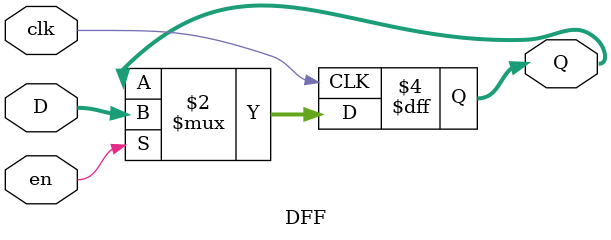
<source format=v>
`timescale 1ns / 1ps


module DFF(
    input [9:0] D,  
    input clk,
    input en,
    output reg [9:0] Q
);

always @(posedge clk) 
    if (en) begin
        Q <= D; 
    end 
endmodule 

</source>
